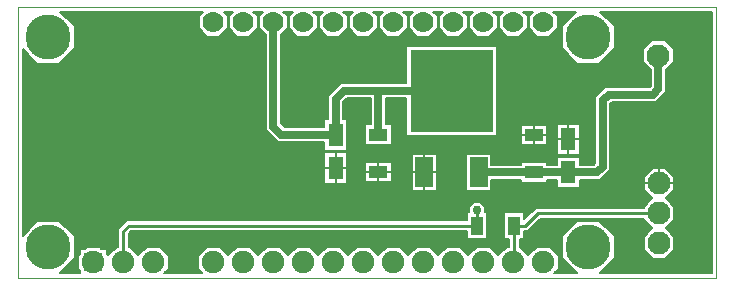
<source format=gbr>
G04 PROTEUS RS274X GERBER FILE*
%FSLAX26Y26*%
%MOIN*%
G01*
%ADD10C,0.025000*%
%ADD11C,0.010000*%
%ADD12C,0.030000*%
%ADD13C,0.006000*%
%ADD14C,0.075000*%
%ADD15C,0.065354*%
%ADD16C,0.070000*%
%ADD17C,0.150000*%
%ADD18C,0.076772*%
%ADD19R,0.064961X0.064961*%
%ADD70C,0.010000*%
%ADD71C,0.064961*%
%ADD20R,0.040000X0.060000*%
%ADD21R,0.048000X0.078000*%
%ADD22R,0.060000X0.040000*%
%ADD23R,0.059055X0.098425*%
%ADD24R,0.275591X0.275591*%
%ADD25C,0.004000*%
G36*
X+3087362Y+243346D02*
X+2714254Y+243346D01*
X+2764275Y+293368D01*
X+2764275Y+366270D01*
X+2712726Y+417819D01*
X+2639825Y+417819D01*
X+2588276Y+366270D01*
X+2588276Y+293368D01*
X+2638298Y+243346D01*
X+2562635Y+243346D01*
X+2577775Y+258487D01*
X+2577775Y+301151D01*
X+2547607Y+331319D01*
X+2504944Y+331319D01*
X+2476276Y+302650D01*
X+2447607Y+331319D01*
X+2447133Y+331319D01*
X+2447133Y+357575D01*
X+2463133Y+357575D01*
X+2463133Y+383575D01*
X+2474391Y+383575D01*
X+2515399Y+424583D01*
X+2860764Y+424583D01*
X+2860764Y+421298D01*
X+2889479Y+392583D01*
X+2860764Y+363867D01*
X+2860764Y+321298D01*
X+2890865Y+291197D01*
X+2933434Y+291197D01*
X+2963535Y+321298D01*
X+2963535Y+363867D01*
X+2934819Y+392583D01*
X+2963535Y+421298D01*
X+2963535Y+463867D01*
X+2934819Y+492583D01*
X+2963535Y+521298D01*
X+2963535Y+563867D01*
X+2933434Y+593968D01*
X+2890865Y+593968D01*
X+2860764Y+563867D01*
X+2860764Y+521298D01*
X+2889479Y+492583D01*
X+2860764Y+463867D01*
X+2860764Y+460582D01*
X+2500488Y+460582D01*
X+2463133Y+423228D01*
X+2463133Y+445574D01*
X+2395134Y+445574D01*
X+2395134Y+357575D01*
X+2411134Y+357575D01*
X+2411134Y+331319D01*
X+2404944Y+331319D01*
X+2376276Y+302650D01*
X+2347607Y+331319D01*
X+2304944Y+331319D01*
X+2276276Y+302650D01*
X+2247607Y+331319D01*
X+2204944Y+331319D01*
X+2176276Y+302650D01*
X+2147607Y+331319D01*
X+2104944Y+331319D01*
X+2076276Y+302650D01*
X+2047607Y+331319D01*
X+2004944Y+331319D01*
X+1976276Y+302650D01*
X+1947607Y+331319D01*
X+1904944Y+331319D01*
X+1876276Y+302650D01*
X+1847607Y+331319D01*
X+1804944Y+331319D01*
X+1776276Y+302650D01*
X+1747607Y+331319D01*
X+1704944Y+331319D01*
X+1676276Y+302650D01*
X+1647607Y+331319D01*
X+1604944Y+331319D01*
X+1576276Y+302650D01*
X+1547607Y+331319D01*
X+1504944Y+331319D01*
X+1476276Y+302650D01*
X+1447607Y+331319D01*
X+1404944Y+331319D01*
X+1374776Y+301151D01*
X+1374776Y+258487D01*
X+1389917Y+243346D01*
X+1262635Y+243346D01*
X+1277775Y+258487D01*
X+1277775Y+301151D01*
X+1247607Y+331319D01*
X+1204944Y+331319D01*
X+1176276Y+302650D01*
X+1147607Y+331319D01*
X+1144275Y+331319D01*
X+1144275Y+374726D01*
X+1153125Y+383575D01*
X+2271134Y+383575D01*
X+2271134Y+357575D01*
X+2339133Y+357575D01*
X+2339133Y+445574D01*
X+2333317Y+445574D01*
X+2333317Y+465127D01*
X+2316915Y+481529D01*
X+2293720Y+481529D01*
X+2277318Y+465127D01*
X+2277318Y+445574D01*
X+2271134Y+445574D01*
X+2271134Y+419574D01*
X+1138214Y+419574D01*
X+1108276Y+389637D01*
X+1108276Y+331319D01*
X+1104944Y+331319D01*
X+1076276Y+302650D01*
X+1071756Y+307170D01*
X+1071756Y+325299D01*
X+1053627Y+325299D01*
X+1047607Y+331319D01*
X+1004944Y+331319D01*
X+998924Y+325299D01*
X+980796Y+325299D01*
X+980796Y+307170D01*
X+974776Y+301151D01*
X+974776Y+258487D01*
X+980796Y+252467D01*
X+980796Y+243346D01*
X+914254Y+243346D01*
X+964275Y+293368D01*
X+964275Y+366270D01*
X+912726Y+417819D01*
X+839825Y+417819D01*
X+790591Y+368584D01*
X+790591Y+991054D01*
X+839825Y+941819D01*
X+912726Y+941819D01*
X+964275Y+993368D01*
X+964275Y+1066270D01*
X+915624Y+1114921D01*
X+1392082Y+1114921D01*
X+1377276Y+1100115D01*
X+1377276Y+1059034D01*
X+1405979Y+1030331D01*
X+1446572Y+1030331D01*
X+1475275Y+1059034D01*
X+1475275Y+1100115D01*
X+1460469Y+1114921D01*
X+1492570Y+1114921D01*
X+1477276Y+1099627D01*
X+1477276Y+1059034D01*
X+1505979Y+1030331D01*
X+1546572Y+1030331D01*
X+1575275Y+1059034D01*
X+1575275Y+1099627D01*
X+1559981Y+1114921D01*
X+1592570Y+1114921D01*
X+1577276Y+1099627D01*
X+1577276Y+1059034D01*
X+1600776Y+1035534D01*
X+1600776Y+721430D01*
X+1642981Y+679225D01*
X+1796646Y+679225D01*
X+1796646Y+651725D01*
X+1872645Y+651725D01*
X+1872645Y+757724D01*
X+1860145Y+757724D01*
X+1860145Y+812273D01*
X+1873554Y+825682D01*
X+1950878Y+825681D01*
X+1950878Y+738724D01*
X+1932378Y+738724D01*
X+1932378Y+670725D01*
X+2020378Y+670725D01*
X+2020378Y+738724D01*
X+2001878Y+738724D01*
X+2001878Y+825681D01*
X+2069678Y+825681D01*
X+2069678Y+700386D01*
X+2371267Y+700386D01*
X+2371267Y+1001976D01*
X+2069678Y+1001976D01*
X+2069678Y+876681D01*
X+1965816Y+876681D01*
X+1852430Y+876680D01*
X+1809146Y+833397D01*
X+1809146Y+822835D01*
X+1809146Y+757724D01*
X+1796646Y+757724D01*
X+1796646Y+730224D01*
X+1664105Y+730224D01*
X+1651775Y+742554D01*
X+1651775Y+1035534D01*
X+1675275Y+1059034D01*
X+1675275Y+1099627D01*
X+1659981Y+1114921D01*
X+1692570Y+1114921D01*
X+1677276Y+1099627D01*
X+1677276Y+1059034D01*
X+1705979Y+1030331D01*
X+1746572Y+1030331D01*
X+1775275Y+1059034D01*
X+1775275Y+1099627D01*
X+1759981Y+1114921D01*
X+1792570Y+1114921D01*
X+1777276Y+1099627D01*
X+1777276Y+1059034D01*
X+1805979Y+1030331D01*
X+1846572Y+1030331D01*
X+1875275Y+1059034D01*
X+1875275Y+1099627D01*
X+1859981Y+1114921D01*
X+1892570Y+1114921D01*
X+1877276Y+1099627D01*
X+1877276Y+1059034D01*
X+1905979Y+1030331D01*
X+1946572Y+1030331D01*
X+1975275Y+1059034D01*
X+1975275Y+1099627D01*
X+1959981Y+1114921D01*
X+1992570Y+1114921D01*
X+1977276Y+1099627D01*
X+1977276Y+1059034D01*
X+2005979Y+1030331D01*
X+2046572Y+1030331D01*
X+2075275Y+1059034D01*
X+2075275Y+1099627D01*
X+2059981Y+1114921D01*
X+2092570Y+1114921D01*
X+2077276Y+1099627D01*
X+2077276Y+1059034D01*
X+2105979Y+1030331D01*
X+2146572Y+1030331D01*
X+2175275Y+1059034D01*
X+2175275Y+1099627D01*
X+2159981Y+1114921D01*
X+2192570Y+1114921D01*
X+2177276Y+1099627D01*
X+2177276Y+1059034D01*
X+2205979Y+1030331D01*
X+2246572Y+1030331D01*
X+2275275Y+1059034D01*
X+2275275Y+1099627D01*
X+2259981Y+1114921D01*
X+2292570Y+1114921D01*
X+2277276Y+1099627D01*
X+2277276Y+1059034D01*
X+2305979Y+1030331D01*
X+2346572Y+1030331D01*
X+2375275Y+1059034D01*
X+2375275Y+1099627D01*
X+2359981Y+1114921D01*
X+2392570Y+1114921D01*
X+2377276Y+1099627D01*
X+2377276Y+1059034D01*
X+2405979Y+1030331D01*
X+2446572Y+1030331D01*
X+2475275Y+1059034D01*
X+2475275Y+1099627D01*
X+2459981Y+1114921D01*
X+2492570Y+1114921D01*
X+2477276Y+1099627D01*
X+2477276Y+1059034D01*
X+2505979Y+1030331D01*
X+2546572Y+1030331D01*
X+2575275Y+1059034D01*
X+2575275Y+1099627D01*
X+2559981Y+1114921D01*
X+2636928Y+1114921D01*
X+2588276Y+1066270D01*
X+2588276Y+993368D01*
X+2639825Y+941819D01*
X+2712726Y+941819D01*
X+2764275Y+993368D01*
X+2764275Y+1066270D01*
X+2715624Y+1114921D01*
X+3087362Y+1114921D01*
X+3087362Y+243346D01*
G37*
%LPC*%
G36*
X+1350929Y+290031D02*
X+1350929Y+269607D01*
X+1336487Y+255165D01*
X+1316064Y+255165D01*
X+1301622Y+269607D01*
X+1301622Y+290031D01*
X+1316064Y+304472D01*
X+1336487Y+304472D01*
X+1350929Y+290031D01*
G37*
G36*
X+2961039Y+989159D02*
X+2961039Y+946589D01*
X+2935153Y+920704D01*
X+2935153Y+846524D01*
X+2901712Y+813083D01*
X+2754657Y+813083D01*
X+2749909Y+808336D01*
X+2749909Y+587863D01*
X+2715286Y+553241D01*
X+2648236Y+553241D01*
X+2648236Y+525741D01*
X+2572237Y+525741D01*
X+2572237Y+553241D01*
X+2540063Y+553241D01*
X+2540063Y+544741D01*
X+2452063Y+544741D01*
X+2452063Y+553241D01*
X+2353551Y+553241D01*
X+2353551Y+517315D01*
X+2268496Y+517315D01*
X+2268496Y+641740D01*
X+2353551Y+641740D01*
X+2353551Y+604240D01*
X+2452063Y+604240D01*
X+2452063Y+612740D01*
X+2540063Y+612740D01*
X+2540063Y+604240D01*
X+2572237Y+604240D01*
X+2572237Y+631740D01*
X+2648236Y+631740D01*
X+2648236Y+604240D01*
X+2694163Y+604240D01*
X+2698910Y+608987D01*
X+2698910Y+829459D01*
X+2733532Y+864082D01*
X+2880587Y+864082D01*
X+2884154Y+867648D01*
X+2884154Y+920704D01*
X+2858268Y+946589D01*
X+2858268Y+989159D01*
X+2888369Y+1019259D01*
X+2930938Y+1019259D01*
X+2961039Y+989159D01*
G37*
G36*
X+2921496Y+1039283D02*
X+2897811Y+1039283D01*
X+2881063Y+1056031D01*
X+2881063Y+1079717D01*
X+2897811Y+1096465D01*
X+2921496Y+1096465D01*
X+2938244Y+1079717D01*
X+2938244Y+1056031D01*
X+2921496Y+1039283D01*
G37*
G36*
X+2572237Y+635977D02*
X+2572237Y+741976D01*
X+2648236Y+741976D01*
X+2648236Y+635977D01*
X+2572237Y+635977D01*
G37*
G36*
X+2452063Y+668741D02*
X+2452063Y+736740D01*
X+2540063Y+736740D01*
X+2540063Y+668741D01*
X+2452063Y+668741D01*
G37*
G36*
X+2087394Y+641740D02*
X+2172448Y+641740D01*
X+2172448Y+517315D01*
X+2087394Y+517315D01*
X+2087394Y+641740D01*
G37*
G36*
X+2020378Y+614724D02*
X+2020378Y+546725D01*
X+1932378Y+546725D01*
X+1932378Y+614724D01*
X+2020378Y+614724D01*
G37*
G36*
X+1872645Y+647488D02*
X+1872645Y+541489D01*
X+1796646Y+541489D01*
X+1796646Y+647488D01*
X+1872645Y+647488D01*
G37*
%LPD*%
D10*
X+2610236Y+578740D02*
X+2496063Y+578740D01*
X+2311811Y+578740D01*
X+2311024Y+579528D01*
X+1976378Y+704724D02*
X+1976378Y+851181D01*
X+2220472Y+851181D02*
X+1976378Y+851181D01*
X+1862992Y+851181D01*
X+1834646Y+822835D01*
X+1834646Y+704724D01*
X+1626276Y+1079331D02*
X+1626276Y+731992D01*
X+1653543Y+704724D01*
X+1834646Y+704724D01*
X+2610236Y+578740D02*
X+2704724Y+578740D01*
X+2724409Y+598425D01*
X+2724409Y+818898D01*
X+2744094Y+838583D01*
X+2891150Y+838583D01*
X+2909653Y+857086D01*
X+2909653Y+967874D01*
D11*
X+2429134Y+401575D02*
X+2466935Y+401575D01*
X+2492466Y+427105D01*
X+2507943Y+442583D01*
X+2912149Y+442583D01*
X+2305134Y+401575D02*
X+1145669Y+401575D01*
X+1126276Y+382181D01*
X+1126276Y+279819D01*
X+2429134Y+401575D02*
X+2429134Y+282677D01*
X+2426276Y+279819D01*
X+2305134Y+401575D02*
X+2305134Y+453346D01*
X+2305317Y+453530D01*
D12*
X+2305317Y+453530D03*
D13*
X+3087362Y+243346D02*
X+2714254Y+243346D01*
X+2764275Y+293368D01*
X+2764275Y+366270D01*
X+2712726Y+417819D01*
X+2639825Y+417819D01*
X+2588276Y+366270D01*
X+2588276Y+293368D01*
X+2638298Y+243346D01*
X+2562635Y+243346D01*
X+2577775Y+258487D01*
X+2577775Y+301151D01*
X+2547607Y+331319D01*
X+2504944Y+331319D01*
X+2476276Y+302650D01*
X+2447607Y+331319D01*
X+2447133Y+331319D01*
X+2447133Y+357575D01*
X+2463133Y+357575D01*
X+2463133Y+383575D01*
X+2474391Y+383575D01*
X+2515399Y+424583D01*
X+2860764Y+424583D01*
X+2860764Y+421298D01*
X+2889479Y+392583D01*
X+2860764Y+363867D01*
X+2860764Y+321298D01*
X+2890865Y+291197D01*
X+2933434Y+291197D01*
X+2963535Y+321298D01*
X+2963535Y+363867D01*
X+2934819Y+392583D01*
X+2963535Y+421298D01*
X+2963535Y+463867D01*
X+2934819Y+492583D01*
X+2963535Y+521298D01*
X+2963535Y+563867D01*
X+2933434Y+593968D01*
X+2890865Y+593968D01*
X+2860764Y+563867D01*
X+2860764Y+521298D01*
X+2889479Y+492583D01*
X+2860764Y+463867D01*
X+2860764Y+460582D01*
X+2500488Y+460582D01*
X+2463133Y+423228D01*
X+2463133Y+445574D01*
X+2395134Y+445574D01*
X+2395134Y+357575D01*
X+2411134Y+357575D01*
X+2411134Y+331319D01*
X+2404944Y+331319D01*
X+2376276Y+302650D01*
X+2347607Y+331319D01*
X+2304944Y+331319D01*
X+2276276Y+302650D01*
X+2247607Y+331319D01*
X+2204944Y+331319D01*
X+2176276Y+302650D01*
X+2147607Y+331319D01*
X+2104944Y+331319D01*
X+2076276Y+302650D01*
X+2047607Y+331319D01*
X+2004944Y+331319D01*
X+1976276Y+302650D01*
X+1947607Y+331319D01*
X+1904944Y+331319D01*
X+1876276Y+302650D01*
X+1847607Y+331319D01*
X+1804944Y+331319D01*
X+1776276Y+302650D01*
X+1747607Y+331319D01*
X+1704944Y+331319D01*
X+1676276Y+302650D01*
X+1647607Y+331319D01*
X+1604944Y+331319D01*
X+1576276Y+302650D01*
X+1547607Y+331319D01*
X+1504944Y+331319D01*
X+1476276Y+302650D01*
X+1447607Y+331319D01*
X+1404944Y+331319D01*
X+1374776Y+301151D01*
X+1374776Y+258487D01*
X+1389917Y+243346D01*
X+1262635Y+243346D01*
X+1277775Y+258487D01*
X+1277775Y+301151D01*
X+1247607Y+331319D01*
X+1204944Y+331319D01*
X+1176276Y+302650D01*
X+1147607Y+331319D01*
X+1144275Y+331319D01*
X+1144275Y+374726D01*
X+1153125Y+383575D01*
X+2271134Y+383575D01*
X+2271134Y+357575D01*
X+2339133Y+357575D01*
X+2339133Y+445574D01*
X+2333317Y+445574D01*
X+2333317Y+465127D01*
X+2316915Y+481529D01*
X+2293720Y+481529D01*
X+2277318Y+465127D01*
X+2277318Y+445574D01*
X+2271134Y+445574D01*
X+2271134Y+419574D01*
X+1138214Y+419574D01*
X+1108276Y+389637D01*
X+1108276Y+331319D01*
X+1104944Y+331319D01*
X+1076276Y+302650D01*
X+1071756Y+307170D01*
X+1071756Y+325299D01*
X+1053627Y+325299D01*
X+1047607Y+331319D01*
X+1004944Y+331319D01*
X+998924Y+325299D01*
X+980796Y+325299D01*
X+980796Y+307170D01*
X+974776Y+301151D01*
X+974776Y+258487D01*
X+980796Y+252467D01*
X+980796Y+243346D01*
X+914254Y+243346D01*
X+964275Y+293368D01*
X+964275Y+366270D01*
X+912726Y+417819D01*
X+839825Y+417819D01*
X+790591Y+368584D01*
X+790591Y+991054D01*
X+839825Y+941819D01*
X+912726Y+941819D01*
X+964275Y+993368D01*
X+964275Y+1066270D01*
X+915624Y+1114921D01*
X+1392082Y+1114921D01*
X+1377276Y+1100115D01*
X+1377276Y+1059034D01*
X+1405979Y+1030331D01*
X+1446572Y+1030331D01*
X+1475275Y+1059034D01*
X+1475275Y+1100115D01*
X+1460469Y+1114921D01*
X+1492570Y+1114921D01*
X+1477276Y+1099627D01*
X+1477276Y+1059034D01*
X+1505979Y+1030331D01*
X+1546572Y+1030331D01*
X+1575275Y+1059034D01*
X+1575275Y+1099627D01*
X+1559981Y+1114921D01*
X+1592570Y+1114921D01*
X+1577276Y+1099627D01*
X+1577276Y+1059034D01*
X+1600776Y+1035534D01*
X+1600776Y+721430D01*
X+1642981Y+679225D01*
X+1796646Y+679225D01*
X+1796646Y+651725D01*
X+1872645Y+651725D01*
X+1872645Y+757724D01*
X+1860145Y+757724D01*
X+1860145Y+812273D01*
X+1873554Y+825682D01*
X+1950878Y+825681D01*
X+1950878Y+738724D01*
X+1932378Y+738724D01*
X+1932378Y+670725D01*
X+2020378Y+670725D01*
X+2020378Y+738724D01*
X+2001878Y+738724D01*
X+2001878Y+825681D01*
X+2069678Y+825681D01*
X+2069678Y+700386D01*
X+2371267Y+700386D01*
X+2371267Y+1001976D01*
X+2069678Y+1001976D01*
X+2069678Y+876681D01*
X+1965816Y+876681D01*
X+1852430Y+876680D01*
X+1809146Y+833397D01*
X+1809146Y+822835D01*
X+1809146Y+757724D01*
X+1796646Y+757724D01*
X+1796646Y+730224D01*
X+1664105Y+730224D01*
X+1651775Y+742554D01*
X+1651775Y+1035534D01*
X+1675275Y+1059034D01*
X+1675275Y+1099627D01*
X+1659981Y+1114921D01*
X+1692570Y+1114921D01*
X+1677276Y+1099627D01*
X+1677276Y+1059034D01*
X+1705979Y+1030331D01*
X+1746572Y+1030331D01*
X+1775275Y+1059034D01*
X+1775275Y+1099627D01*
X+1759981Y+1114921D01*
X+1792570Y+1114921D01*
X+1777276Y+1099627D01*
X+1777276Y+1059034D01*
X+1805979Y+1030331D01*
X+1846572Y+1030331D01*
X+1875275Y+1059034D01*
X+1875275Y+1099627D01*
X+1859981Y+1114921D01*
X+1892570Y+1114921D01*
X+1877276Y+1099627D01*
X+1877276Y+1059034D01*
X+1905979Y+1030331D01*
X+1946572Y+1030331D01*
X+1975275Y+1059034D01*
X+1975275Y+1099627D01*
X+1959981Y+1114921D01*
X+1992570Y+1114921D01*
X+1977276Y+1099627D01*
X+1977276Y+1059034D01*
X+2005979Y+1030331D01*
X+2046572Y+1030331D01*
X+2075275Y+1059034D01*
X+2075275Y+1099627D01*
X+2059981Y+1114921D01*
X+2092570Y+1114921D01*
X+2077276Y+1099627D01*
X+2077276Y+1059034D01*
X+2105979Y+1030331D01*
X+2146572Y+1030331D01*
X+2175275Y+1059034D01*
X+2175275Y+1099627D01*
X+2159981Y+1114921D01*
X+2192570Y+1114921D01*
X+2177276Y+1099627D01*
X+2177276Y+1059034D01*
X+2205979Y+1030331D01*
X+2246572Y+1030331D01*
X+2275275Y+1059034D01*
X+2275275Y+1099627D01*
X+2259981Y+1114921D01*
X+2292570Y+1114921D01*
X+2277276Y+1099627D01*
X+2277276Y+1059034D01*
X+2305979Y+1030331D01*
X+2346572Y+1030331D01*
X+2375275Y+1059034D01*
X+2375275Y+1099627D01*
X+2359981Y+1114921D01*
X+2392570Y+1114921D01*
X+2377276Y+1099627D01*
X+2377276Y+1059034D01*
X+2405979Y+1030331D01*
X+2446572Y+1030331D01*
X+2475275Y+1059034D01*
X+2475275Y+1099627D01*
X+2459981Y+1114921D01*
X+2492570Y+1114921D01*
X+2477276Y+1099627D01*
X+2477276Y+1059034D01*
X+2505979Y+1030331D01*
X+2546572Y+1030331D01*
X+2575275Y+1059034D01*
X+2575275Y+1099627D01*
X+2559981Y+1114921D01*
X+2636928Y+1114921D01*
X+2588276Y+1066270D01*
X+2588276Y+993368D01*
X+2639825Y+941819D01*
X+2712726Y+941819D01*
X+2764275Y+993368D01*
X+2764275Y+1066270D01*
X+2715624Y+1114921D01*
X+3087362Y+1114921D01*
X+3087362Y+243346D01*
X+1350929Y+290031D02*
X+1350929Y+269607D01*
X+1336487Y+255165D01*
X+1316064Y+255165D01*
X+1301622Y+269607D01*
X+1301622Y+290031D01*
X+1316064Y+304472D01*
X+1336487Y+304472D01*
X+1350929Y+290031D01*
X+2961039Y+989159D02*
X+2961039Y+946589D01*
X+2935153Y+920704D01*
X+2935153Y+846524D01*
X+2901712Y+813083D01*
X+2754657Y+813083D01*
X+2749909Y+808336D01*
X+2749909Y+587863D01*
X+2715286Y+553241D01*
X+2648236Y+553241D01*
X+2648236Y+525741D01*
X+2572237Y+525741D01*
X+2572237Y+553241D01*
X+2540063Y+553241D01*
X+2540063Y+544741D01*
X+2452063Y+544741D01*
X+2452063Y+553241D01*
X+2353551Y+553241D01*
X+2353551Y+517315D01*
X+2268496Y+517315D01*
X+2268496Y+641740D01*
X+2353551Y+641740D01*
X+2353551Y+604240D01*
X+2452063Y+604240D01*
X+2452063Y+612740D01*
X+2540063Y+612740D01*
X+2540063Y+604240D01*
X+2572237Y+604240D01*
X+2572237Y+631740D01*
X+2648236Y+631740D01*
X+2648236Y+604240D01*
X+2694163Y+604240D01*
X+2698910Y+608987D01*
X+2698910Y+829459D01*
X+2733532Y+864082D01*
X+2880587Y+864082D01*
X+2884154Y+867648D01*
X+2884154Y+920704D01*
X+2858268Y+946589D01*
X+2858268Y+989159D01*
X+2888369Y+1019259D01*
X+2930938Y+1019259D01*
X+2961039Y+989159D01*
X+2921496Y+1039283D02*
X+2897811Y+1039283D01*
X+2881063Y+1056031D01*
X+2881063Y+1079717D01*
X+2897811Y+1096465D01*
X+2921496Y+1096465D01*
X+2938244Y+1079717D01*
X+2938244Y+1056031D01*
X+2921496Y+1039283D01*
X+2572237Y+635977D02*
X+2572237Y+741976D01*
X+2648236Y+741976D01*
X+2648236Y+635977D01*
X+2572237Y+635977D01*
X+2452063Y+668741D02*
X+2452063Y+736740D01*
X+2540063Y+736740D01*
X+2540063Y+668741D01*
X+2452063Y+668741D01*
X+2087394Y+641740D02*
X+2172448Y+641740D01*
X+2172448Y+517315D01*
X+2087394Y+517315D01*
X+2087394Y+641740D01*
X+2020378Y+614724D02*
X+2020378Y+546725D01*
X+1932378Y+546725D01*
X+1932378Y+614724D01*
X+2020378Y+614724D01*
X+1872645Y+647488D02*
X+1872645Y+541489D01*
X+1796646Y+541489D01*
X+1796646Y+647488D01*
X+1872645Y+647488D01*
X+2912149Y+593968D02*
X+2912149Y+542583D01*
X+2963535Y+542583D02*
X+2912149Y+542583D01*
X+2860764Y+542583D02*
X+2912149Y+542583D01*
X+2610236Y+635977D02*
X+2610236Y+688976D01*
X+2610236Y+741976D02*
X+2610236Y+688976D01*
X+2648236Y+688976D02*
X+2610236Y+688976D01*
X+2572237Y+688976D02*
X+2610236Y+688976D01*
X+2496063Y+668741D02*
X+2496063Y+702740D01*
X+2496063Y+736740D02*
X+2496063Y+702740D01*
X+2540063Y+702740D02*
X+2496063Y+702740D01*
X+2452063Y+702740D02*
X+2496063Y+702740D01*
X+2087394Y+579528D02*
X+2129921Y+579528D01*
X+2172448Y+579528D02*
X+2129921Y+579528D01*
X+2129921Y+517315D02*
X+2129921Y+579528D01*
X+2129921Y+641740D02*
X+2129921Y+579528D01*
X+1976378Y+614724D02*
X+1976378Y+580724D01*
X+1976378Y+546725D02*
X+1976378Y+580724D01*
X+1932378Y+580724D02*
X+1976378Y+580724D01*
X+2020378Y+580724D02*
X+1976378Y+580724D01*
X+1834646Y+647488D02*
X+1834646Y+594488D01*
X+1834646Y+541489D02*
X+1834646Y+594488D01*
X+1796646Y+594488D02*
X+1834646Y+594488D01*
X+1872645Y+594488D02*
X+1834646Y+594488D01*
D14*
X+1026276Y+279819D03*
X+1126276Y+279819D03*
X+1226276Y+279819D03*
X+1326276Y+279819D03*
X+1426276Y+279819D03*
X+1526276Y+279819D03*
X+1626276Y+279819D03*
X+1726276Y+279819D03*
X+1826276Y+279819D03*
X+1926276Y+279819D03*
X+2026276Y+279819D03*
X+2126276Y+279819D03*
X+2226276Y+279819D03*
X+2326276Y+279819D03*
X+2426276Y+279819D03*
X+2526276Y+279819D03*
D15*
X+2526276Y+1079819D03*
X+2426276Y+1079819D03*
X+2326276Y+1079819D03*
X+2226276Y+1079819D03*
X+2126276Y+1079819D03*
X+2026276Y+1079819D03*
X+1926276Y+1079819D03*
X+1826276Y+1079819D03*
X+1726276Y+1079819D03*
X+1626276Y+1079819D03*
X+1526276Y+1079819D03*
D16*
X+1426276Y+1079819D03*
D17*
X+876276Y+329819D03*
X+876276Y+1029819D03*
X+2676276Y+329819D03*
X+2676276Y+1029819D03*
D16*
X+2526276Y+1079331D03*
X+2426276Y+1079331D03*
X+2326276Y+1079331D03*
X+2226276Y+1079331D03*
X+2126276Y+1079331D03*
X+2026276Y+1079331D03*
X+1926276Y+1079331D03*
X+1826276Y+1079331D03*
X+1726276Y+1079331D03*
X+1626276Y+1079331D03*
X+1526276Y+1079331D03*
X+1426276Y+1079331D03*
D18*
X+2909653Y+967874D03*
X+2909653Y+1067874D03*
X+2912149Y+342583D03*
X+2912149Y+442583D03*
X+2912149Y+542583D03*
D19*
X+1026276Y+279819D03*
D70*
X+1026276Y+279819D03*
D71*
X+1126276Y+279819D03*
X+1226276Y+279819D03*
X+1326276Y+279819D03*
X+1426276Y+279819D03*
X+1526276Y+279819D03*
X+1626276Y+279819D03*
X+1726276Y+279819D03*
X+1826276Y+279819D03*
X+1926276Y+279819D03*
X+2026276Y+279819D03*
X+2126276Y+279819D03*
X+2226276Y+279819D03*
X+2326276Y+279819D03*
X+2426276Y+279819D03*
X+2526276Y+279819D03*
D20*
X+2305134Y+401575D03*
X+2429134Y+401575D03*
D21*
X+2610236Y+578740D03*
X+2610236Y+688976D03*
D22*
X+2496063Y+578740D03*
X+2496063Y+702740D03*
D23*
X+2129921Y+579528D03*
D24*
X+2220472Y+851181D03*
D23*
X+2311024Y+579528D03*
D22*
X+1976378Y+704724D03*
X+1976378Y+580724D03*
D21*
X+1834646Y+704724D03*
X+1834646Y+594488D03*
D25*
X+775591Y+228346D02*
X+3102362Y+228346D01*
X+3102362Y+1129921D01*
X+775591Y+1129921D01*
X+775591Y+228346D01*
M02*

</source>
